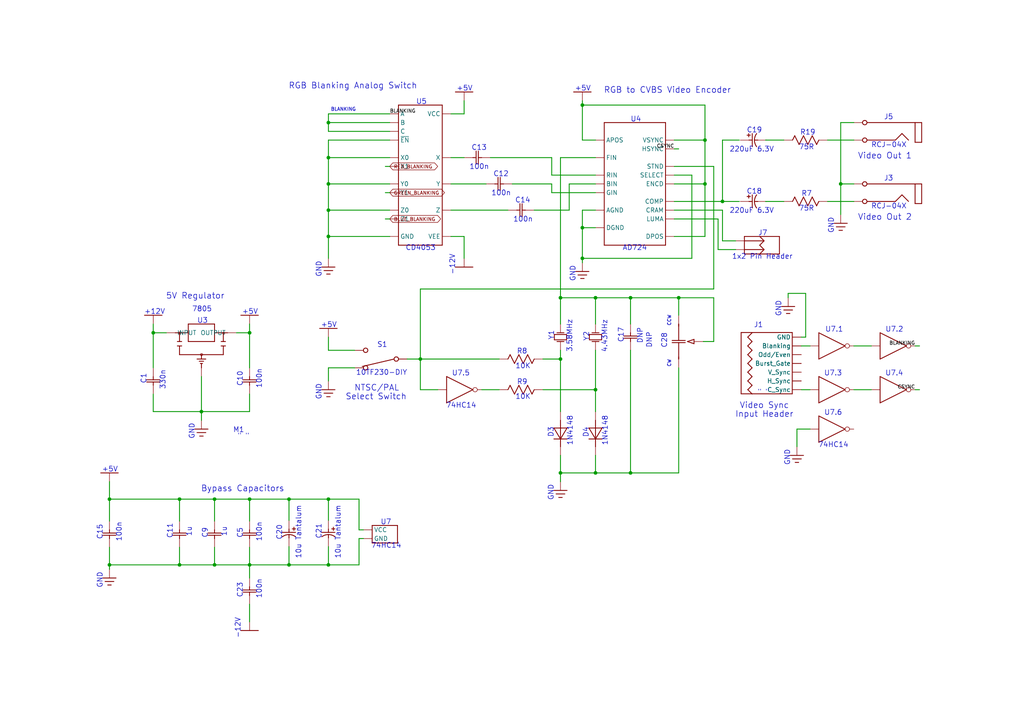
<source format=kicad_sch>
(kicad_sch (version 20231120) (generator "eeschema") (generator_version "8.0")
  (paper "A4")
  (lib_symbols
    (symbol "C2-eagle-import:+12V" (power)
      (symbol "+12V_1_0"
        (pin power_in line (at 0 -2.54 90) (length 2.54) (name "+12V") (number "1"))
      )
    )
    (symbol "C2-eagle-import:+5V" (power)
      (symbol "+5V_1_0"
        (pin power_in line (at 0 -2.54 90) (length 2.54) (name "+5V") (number "1"))
      )
    )
    (symbol "C2-eagle-import:-12V" (power)
      (symbol "-12V_1_0"
        (pin power_in line (at 0 -2.54 90) (length 2.54) (name "-12V") (number "1"))
      )
    )
    (symbol "C2-eagle-import:10TF230-DIY"
      (symbol "10TF230-DIY_1_0"
        (pin passive line (at -7.43 -2.54 0) (length 2.54) (name "C3") (number "1"))
        (pin passive line (at -7.43 -2.54 0) (length 2.54) (name "C3") (number "1B"))
        (pin passive line (at 7.81 0 180) (length 2.54) (name "C1") (number "2"))
        (pin passive line (at 7.81 0 180) (length 2.54) (name "C1") (number "2B"))
        (pin passive line (at -7.43 2.54 0) (length 2.54) (name "C2") (number "3"))
        (pin passive line (at -7.43 2.54 0) (length 2.54) (name "C2") (number "3B"))
      )
    )
    (symbol "C2-eagle-import:1N4148"
      (symbol "1N4148_1_0"
        (pin passive line (at 6.35 0 180) (length 2.54) (name "K") (number "1"))
        (pin passive line (at -6.35 0 0) (length 2.54) (name "A") (number "2"))
      )
    )
    (symbol "C2-eagle-import:1X2_PIN_HEADER"
      (symbol "1X2_PIN_HEADER_1_0"
        (pin passive line (at -7.62 1.27 0) (length 2.54) (name "P1") (number "1"))
        (pin passive line (at -7.62 -1.27 0) (length 2.54) (name "P2") (number "2"))
      )
    )
    (symbol "C2-eagle-import:74HC14"
      (symbol "74HC14_1_0"
        (pin input line (at -6.35 0 0) (length 2.54) (name "A") (number "1"))
        (pin output inverted (at 6.35 0 180) (length 2.54) (name "Y") (number "2"))
      )
      (symbol "74HC14_2_0"
        (pin input line (at -6.35 0 0) (length 2.54) (name "A") (number "3"))
        (pin output inverted (at 6.35 0 180) (length 2.54) (name "Y") (number "4"))
      )
      (symbol "74HC14_3_0"
        (pin input line (at -6.35 0 0) (length 2.54) (name "A") (number "5"))
        (pin output inverted (at 6.35 0 180) (length 2.54) (name "Y") (number "6"))
      )
      (symbol "74HC14_4_0"
        (pin output inverted (at 6.35 0 180) (length 2.54) (name "Y") (number "8"))
        (pin input line (at -6.35 0 0) (length 2.54) (name "A") (number "9"))
      )
      (symbol "74HC14_5_0"
        (pin output inverted (at 6.35 0 180) (length 2.54) (name "Y") (number "10"))
        (pin input line (at -6.35 0 0) (length 2.54) (name "A") (number "11"))
      )
      (symbol "74HC14_6_0"
        (pin output inverted (at 6.35 0 180) (length 2.54) (name "Y") (number "12"))
        (pin input line (at -6.35 0 0) (length 2.54) (name "A") (number "13"))
      )
      (symbol "74HC14_7_0"
        (pin power_in line (at -6.207 1.27 0) (length 2.54) (name "VCC") (number "14"))
        (pin power_in line (at -6.207 -1.27 0) (length 2.54) (name "GND") (number "7"))
      )
    )
    (symbol "C2-eagle-import:7805"
      (symbol "7805_1_0"
        (pin input line (at -10.16 3.81 0) (length 2.54) (name "INPUT") (number "1"))
        (pin power_in line (at 0 -8.89 90) (length 2.54) (name "GND") (number "2"))
        (pin output line (at 10.16 3.81 180) (length 2.54) (name "OUTPUT") (number "3"))
      )
    )
    (symbol "C2-eagle-import:AD724"
      (symbol "AD724_1_0"
        (pin input line (at 11.43 5.08 180) (length 2.54) (name "STND") (number "1"))
        (pin output line (at 11.43 -5.08 180) (length 2.54) (name "COMP") (number "10"))
        (pin output line (at 11.43 -10.16 180) (length 2.54) (name "LUMA") (number "11"))
        (pin input line (at 11.43 2.54 180) (length 2.54) (name "SELECT") (number "12"))
        (pin power_in line (at -11.43 -12.7 0) (length 2.54) (name "DGND") (number "13"))
        (pin power_in line (at 11.43 -15.24 180) (length 2.54) (name "DPOS") (number "14"))
        (pin passive line (at 11.43 12.7 180) (length 2.54) (name "VSYNC") (number "15"))
        (pin passive line (at 11.43 10.16 180) (length 2.54) (name "HSYNC") (number "16"))
        (pin power_in line (at -11.43 -7.62 0) (length 2.54) (name "AGND") (number "2"))
        (pin input line (at -11.43 7.62 0) (length 2.54) (name "FIN") (number "3"))
        (pin power_in line (at -11.43 12.7 0) (length 2.54) (name "APOS") (number "4"))
        (pin input line (at 11.43 0 180) (length 2.54) (name "ENCD") (number "5"))
        (pin input line (at -11.43 2.54 0) (length 2.54) (name "RIN") (number "6"))
        (pin input line (at -11.43 -2.54 0) (length 2.54) (name "GIN") (number "7"))
        (pin input line (at -11.43 0 0) (length 2.54) (name "BIN") (number "8"))
        (pin output line (at 11.43 -7.62 180) (length 2.54) (name "CRAM") (number "9"))
      )
    )
    (symbol "C2-eagle-import:CAP100"
      (symbol "CAP100_1_0"
        (pin passive line (at -3.81 0 0) (length 2.54) (name "1") (number "1"))
        (pin passive line (at 3.81 0 180) (length 2.54) (name "2") (number "2"))
      )
    )
    (symbol "C2-eagle-import:CD4053"
      (symbol "CD4053_1_0"
        (pin bidirectional line (at -8.89 -5.08 0) (length 2.54) (name "Y1") (number "1"))
        (pin input line (at -8.89 15.24 0) (length 2.54) (name "B") (number "10"))
        (pin input line (at -8.89 17.78 0) (length 2.54) (name "A") (number "11"))
        (pin bidirectional line (at -8.89 5.08 0) (length 2.54) (name "X0") (number "12"))
        (pin bidirectional line (at -8.89 2.54 0) (length 2.54) (name "X1") (number "13"))
        (pin bidirectional line (at 8.89 5.08 180) (length 2.54) (name "X") (number "14"))
        (pin bidirectional line (at 8.89 -2.54 180) (length 2.54) (name "Y") (number "15"))
        (pin power_in line (at 8.89 17.78 180) (length 2.54) (name "VCC") (number "16"))
        (pin bidirectional line (at -8.89 -2.54 0) (length 2.54) (name "Y0") (number "2"))
        (pin bidirectional line (at -8.89 -12.7 0) (length 2.54) (name "Z1") (number "3"))
        (pin bidirectional line (at 8.89 -10.16 180) (length 2.54) (name "Z") (number "4"))
        (pin bidirectional line (at -8.89 -10.16 0) (length 2.54) (name "Z0") (number "5"))
        (pin input line (at -8.89 10.16 0) (length 2.54) (name "~{EN}") (number "6"))
        (pin power_in line (at 8.89 -17.78 180) (length 2.54) (name "VEE") (number "7"))
        (pin power_in line (at -8.89 -17.78 0) (length 2.54) (name "GND") (number "8"))
        (pin input line (at -8.89 12.7 0) (length 2.54) (name "C") (number "9"))
      )
    )
    (symbol "C2-eagle-import:EC80-5"
      (symbol "EC80-5_1_0"
        (pin passive line (at -3.529 0 0) (length 2.54) (name "PLUS") (number "1"))
        (pin passive line (at 4.091 0 180) (length 2.54) (name "MINUS") (number "2"))
      )
    )
    (symbol "C2-eagle-import:ECS-10-13-1"
      (symbol "ECS-10-13-1_1_0"
        (pin passive line (at -3.81 0 0) (length 2.54) (name "OSC1") (number "1"))
        (pin passive line (at 3.81 0 180) (length 2.54) (name "OSC2") (number "2"))
      )
    )
    (symbol "C2-eagle-import:GND" (power)
      (symbol "GND_1_0"
        (pin power_in line (at 0 3.556 270) (length 2.54) (name "GND") (number "1"))
      )
    )
    (symbol "C2-eagle-import:GYA22000"
      (symbol "GYA22000_1_0"
        (pin passive line (at 8.037 0.043 180) (length 2.54) (name "CCW") (number "CCW"))
        (pin passive line (at -7.203 0.043 0) (length 2.54) (name "CW") (number "CW"))
        (pin passive line (at 0.417 -7.101 90) (length 2.54) (name "W") (number "W"))
      )
    )
    (symbol "C2-eagle-import:KEYSTONE621")
    (symbol "C2-eagle-import:LZXSYNC14"
      (symbol "LZXSYNC14_1_0"
        (pin passive line (at 13 6.35 180) (length 2.54) (name "GND") (number "1"))
        (pin passive line (at 13.005 -3.81 180) (length 2.54) (name "V_Sync") (number "10"))
        (pin passive line (at 13.005 -6.35 180) (length 2.54) (name "H_Sync") (number "11"))
        (pin passive line (at 13.005 -6.35 180) (length 2.54) (name "H_Sync") (number "12"))
        (pin passive line (at 13.005 -8.89 180) (length 2.54) (name "C_Sync") (number "13"))
        (pin passive line (at 13.005 -8.89 180) (length 2.54) (name "C_Sync") (number "14"))
        (pin passive line (at 13 6.35 180) (length 2.54) (name "GND") (number "2"))
        (pin passive line (at 13 3.81 180) (length 2.54) (name "Blanking") (number "3"))
        (pin passive line (at 13 3.81 180) (length 2.54) (name "Blanking") (number "4"))
        (pin passive line (at 13.005 1.27 180) (length 2.54) (name "Odd/Even") (number "5"))
        (pin passive line (at 13.005 1.27 180) (length 2.54) (name "Odd/Even") (number "6"))
        (pin passive line (at 13.005 -1.27 180) (length 2.54) (name "Burst_Gate") (number "7"))
        (pin passive line (at 13.005 -1.27 180) (length 2.54) (name "Burst_Gate") (number "8"))
        (pin passive line (at 13.005 -3.81 180) (length 2.54) (name "V_Sync") (number "9"))
      )
    )
    (symbol "C2-eagle-import:RCJ-04X"
      (symbol "RCJ-04X_1_0"
        (pin passive line (at -9.83 2.54 0) (length 2.54) (name "Sleeve") (number "1"))
        (pin passive line (at -9.83 -2.54 0) (length 2.54) (name "Tip") (number "2"))
      )
    )
    (symbol "C2-eagle-import:RES300"
      (symbol "RES300_1_0"
        (pin passive line (at -6.35 0 0) (length 2.54) (name "A") (number "1"))
        (pin passive line (at 6.35 0 180) (length 2.54) (name "B") (number "2"))
      )
    )
    (symbol "C2-eagle-import:TANT100"
      (symbol "TANT100_1_0"
        (pin passive line (at -3.81 0 0) (length 2.54) (name "PLUS") (number "1"))
        (pin passive line (at 3.81 0 180) (length 2.54) (name "MINUS") (number "2"))
      )
    )
  )
  (junction (at 168.91 66.04))
  (junction (at 31.75 144.78))
  (junction (at 95.25 45.72))
  (junction (at 172.72 86.36))
  (junction (at 182.88 137.16))
  (junction (at 72.39 96.52))
  (junction (at 95.25 68.58))
  (junction (at 52.07 144.78))
  (junction (at 172.72 137.16))
  (junction (at 72.39 163.83))
  (junction (at 196.85 86.36))
  (junction (at 162.56 104.14))
  (junction (at 95.25 163.83))
  (junction (at 243.84 53.34))
  (junction (at 95.25 53.34))
  (junction (at 83.82 144.78))
  (junction (at 62.23 163.83))
  (junction (at 204.47 53.34))
  (junction (at 172.72 113.03))
  (junction (at 31.75 163.83))
  (junction (at 95.25 60.96))
  (junction (at 95.25 144.78))
  (junction (at 121.92 104.14))
  (junction (at 168.91 74.93))
  (junction (at 182.88 86.36))
  (junction (at 58.42 119.38))
  (junction (at 209.55 58.42))
  (junction (at 83.82 163.83))
  (junction (at 168.91 30.48))
  (junction (at 162.56 86.36))
  (junction (at 162.56 137.16))
  (junction (at 44.45 96.52))
  (junction (at 52.07 163.83))
  (junction (at 204.47 40.64))
  (junction (at 62.23 144.78))
  (junction (at 95.25 35.56))
  (junction (at 72.39 144.78))
  (wire (pts (xy 68.58 96.52) (xy 72.39 96.52)) (stroke (width 0.25)))
  (wire (pts (xy 195.58 60.96) (xy 209.55 60.96)) (stroke (width 0.25)))
  (wire (pts (xy 130.81 45.72) (xy 134.62 45.72)) (stroke (width 0.25)))
  (wire (pts (xy 44.45 93.98) (xy 44.45 96.52)) (stroke (width 0.25)))
  (wire (pts (xy 95.25 144.78) (xy 104.14 144.78)) (stroke (width 0.25)))
  (wire (pts (xy 195.58 48.26) (xy 207.01 48.26)) (stroke (width 0.25)))
  (wire (pts (xy 58.42 109.22) (xy 58.42 119.38)) (stroke (width 0.25)))
  (wire (pts (xy 95.25 33.02) (xy 95.25 35.56)) (stroke (width 0.25)))
  (wire (pts (xy 121.92 104.14) (xy 121.92 113.03)) (stroke (width 0.25)))
  (wire (pts (xy 247.65 53.34) (xy 243.84 53.34)) (stroke (width 0.25)))
  (wire (pts (xy 72.39 167.64) (xy 72.39 163.83)) (stroke (width 0.25)))
  (wire (pts (xy 72.39 106.68) (xy 72.39 96.52)) (stroke (width 0.25)))
  (wire (pts (xy 44.45 96.52) (xy 44.45 106.68)) (stroke (width 0.25)))
  (wire (pts (xy 83.82 158.548) (xy 83.82 163.83)) (stroke (width 0.25)))
  (wire (pts (xy 31.75 158.75) (xy 31.75 163.83)) (stroke (width 0.25)))
  (wire (pts (xy 247.65 35.56) (xy 243.84 35.56)) (stroke (width 0.25)))
  (wire (pts (xy 52.07 158.75) (xy 52.07 163.83)) (stroke (width 0.25)))
  (wire (pts (xy 31.75 139.7) (xy 31.75 144.78)) (stroke (width 0.25)))
  (wire (pts (xy 95.25 53.34) (xy 113.03 53.34)) (stroke (width 0.25)))
  (wire (pts (xy 95.25 53.34) (xy 95.25 60.96)) (stroke (width 0.25)))
  (wire (pts (xy 232.41 100.33) (xy 234.95 100.33)) (stroke (width 0.25)))
  (wire (pts (xy 247.65 58.42) (xy 240.03 58.42)) (stroke (width 0.25)))
  (wire (pts (xy 196.85 86.36) (xy 207.01 86.36)) (stroke (width 0.25)))
  (wire (pts (xy 233.68 97.79) (xy 232.41 97.79)) (stroke (width 0.25)))
  (wire (pts (xy 182.88 86.36) (xy 196.85 86.36)) (stroke (width 0.25)))
  (wire (pts (xy 172.72 137.16) (xy 182.88 137.16)) (stroke (width 0.25)))
  (wire (pts (xy 207.01 48.26) (xy 207.01 83.82)) (stroke (width 0.25)))
  (wire (pts (xy 113.03 63.5) (xy 111.76 63.5)) (stroke (width 0.25)))
  (wire (pts (xy 162.56 132.08) (xy 162.56 137.16)) (stroke (width 0.25)))
  (wire (pts (xy 172.72 101.6) (xy 172.72 113.03)) (stroke (width 0.25)))
  (wire (pts (xy 222.048 40.64) (xy 227.33 40.64)) (stroke (width 0.25)))
  (wire (pts (xy 95.25 101.6) (xy 95.25 97.79)) (stroke (width 0.25)))
  (wire (pts (xy 95.25 40.64) (xy 95.25 45.72)) (stroke (width 0.25)))
  (wire (pts (xy 31.75 144.78) (xy 52.07 144.78)) (stroke (width 0.25)))
  (wire (pts (xy 104.14 153.67) (xy 105.41 153.67)) (stroke (width 0.25)))
  (wire (pts (xy 200.66 74.93) (xy 200.66 50.8)) (stroke (width 0.25)))
  (wire (pts (xy 102.87 106.68) (xy 95.25 106.68)) (stroke (width 0.25)))
  (wire (pts (xy 95.25 106.68) (xy 95.25 110.49)) (stroke (width 0.25)))
  (wire (pts (xy 113.03 55.88) (xy 111.76 55.88)) (stroke (width 0.25)))
  (wire (pts (xy 62.23 163.83) (xy 72.39 163.83)) (stroke (width 0.25)))
  (wire (pts (xy 44.45 119.38) (xy 44.45 114.3)) (stroke (width 0.25)))
  (wire (pts (xy 72.39 119.38) (xy 72.39 114.3)) (stroke (width 0.25)))
  (wire (pts (xy 209.55 69.85) (xy 213.36 69.85)) (stroke (width 0.25)))
  (wire (pts (xy 58.42 119.38) (xy 72.39 119.38)) (stroke (width 0.25)))
  (wire (pts (xy 83.82 150.928) (xy 83.82 144.78)) (stroke (width 0.25)))
  (wire (pts (xy 168.91 74.93) (xy 168.91 76.2)) (stroke (width 0.25)))
  (wire (pts (xy 144.78 104.14) (xy 121.92 104.14)) (stroke (width 0.25)))
  (wire (pts (xy 160.02 45.72) (xy 142.24 45.72)) (stroke (width 0.25)))
  (wire (pts (xy 113.03 68.58) (xy 95.25 68.58)) (stroke (width 0.25)))
  (wire (pts (xy 204.47 40.64) (xy 204.47 53.34)) (stroke (width 0.25)))
  (wire (pts (xy 62.23 151.13) (xy 62.23 144.78)) (stroke (width 0.25)))
  (wire (pts (xy 200.66 50.8) (xy 195.58 50.8)) (stroke (width 0.25)))
  (wire (pts (xy 160.02 50.8) (xy 160.02 45.72)) (stroke (width 0.25)))
  (wire (pts (xy 162.56 45.72) (xy 172.72 45.72)) (stroke (width 0.25)))
  (wire (pts (xy 72.39 158.75) (xy 72.39 163.83)) (stroke (width 0.25)))
  (wire (pts (xy 113.03 40.64) (xy 95.25 40.64)) (stroke (width 0.25)))
  (wire (pts (xy 172.72 113.03) (xy 172.72 119.38)) (stroke (width 0.25)))
  (wire (pts (xy 95.25 60.96) (xy 113.03 60.96)) (stroke (width 0.25)))
  (wire (pts (xy 162.56 101.6) (xy 162.56 104.14)) (stroke (width 0.25)))
  (wire (pts (xy 233.68 85.09) (xy 228.6 85.09)) (stroke (width 0.25)))
  (wire (pts (xy 157.48 113.03) (xy 172.72 113.03)) (stroke (width 0.25)))
  (wire (pts (xy 168.91 40.64) (xy 168.91 30.48)) (stroke (width 0.25)))
  (wire (pts (xy 168.91 30.48) (xy 204.47 30.48)) (stroke (width 0.25)))
  (wire (pts (xy 104.14 156.21) (xy 105.41 156.21)) (stroke (width 0.25)))
  (wire (pts (xy 247.65 40.64) (xy 240.03 40.64)) (stroke (width 0.25)))
  (wire (pts (xy 72.39 144.78) (xy 83.82 144.78)) (stroke (width 0.25)))
  (wire (pts (xy 172.72 86.36) (xy 172.72 93.98)) (stroke (width 0.25)))
  (wire (pts (xy 162.56 104.14) (xy 162.56 119.38)) (stroke (width 0.25)))
  (wire (pts (xy 95.25 68.58) (xy 95.25 74.93)) (stroke (width 0.25)))
  (wire (pts (xy 208.28 63.5) (xy 208.28 72.39)) (stroke (width 0.25)))
  (wire (pts (xy 208.28 72.39) (xy 213.36 72.39)) (stroke (width 0.25)))
  (wire (pts (xy 160.02 53.34) (xy 160.02 55.88)) (stroke (width 0.25)))
  (wire (pts (xy 247.65 100.33) (xy 252.73 100.33)) (stroke (width 0.25)))
  (wire (pts (xy 31.75 163.83) (xy 31.75 165.1)) (stroke (width 0.25)))
  (wire (pts (xy 113.03 33.02) (xy 95.25 33.02)) (stroke (width 0.25)))
  (wire (pts (xy 118.11 104.14) (xy 121.92 104.14)) (stroke (width 0.25)))
  (wire (pts (xy 72.39 163.83) (xy 83.82 163.83)) (stroke (width 0.25)))
  (wire (pts (xy 204.47 30.48) (xy 204.47 40.64)) (stroke (width 0.25)))
  (wire (pts (xy 227.33 58.42) (xy 222.048 58.42)) (stroke (width 0.25)))
  (wire (pts (xy 204.47 68.58) (xy 195.58 68.58)) (stroke (width 0.25)))
  (wire (pts (xy 58.42 119.38) (xy 44.45 119.38)) (stroke (width 0.25)))
  (wire (pts (xy 172.72 53.34) (xy 165.1 53.34)) (stroke (width 0.25)))
  (wire (pts (xy 162.56 86.36) (xy 172.72 86.36)) (stroke (width 0.25)))
  (wire (pts (xy 209.55 40.64) (xy 209.55 58.42)) (stroke (width 0.25)))
  (wire (pts (xy 31.75 163.83) (xy 52.07 163.83)) (stroke (width 0.25)))
  (wire (pts (xy 148.59 53.34) (xy 160.02 53.34)) (stroke (width 0.25)))
  (wire (pts (xy 102.87 101.6) (xy 95.25 101.6)) (stroke (width 0.25)))
  (wire (pts (xy 165.1 53.34) (xy 165.1 60.96)) (stroke (width 0.25)))
  (wire (pts (xy 209.55 60.96) (xy 209.55 69.85)) (stroke (width 0.25)))
  (wire (pts (xy 162.56 137.16) (xy 162.56 139.7)) (stroke (width 0.25)))
  (wire (pts (xy 52.07 144.78) (xy 62.23 144.78)) (stroke (width 0.25)))
  (wire (pts (xy 95.25 158.548) (xy 95.25 163.83)) (stroke (width 0.25)))
  (wire (pts (xy 113.03 45.72) (xy 95.25 45.72)) (stroke (width 0.25)))
  (wire (pts (xy 48.26 96.52) (xy 44.45 96.52)) (stroke (width 0.25)))
  (wire (pts (xy 160.02 55.88) (xy 172.72 55.88)) (stroke (width 0.25)))
  (wire (pts (xy 172.72 60.96) (xy 168.91 60.96)) (stroke (width 0.25)))
  (wire (pts (xy 232.415 113.03) (xy 234.95 113.03)) (stroke (width 0.25)))
  (wire (pts (xy 130.81 33.02) (xy 134.62 33.02)) (stroke (width 0.25)))
  (wire (pts (xy 243.84 35.56) (xy 243.84 53.34)) (stroke (width 0.25)))
  (wire (pts (xy 113.03 35.56) (xy 95.25 35.56)) (stroke (width 0.25)))
  (wire (pts (xy 121.92 113.03) (xy 127 113.03)) (stroke (width 0.25)))
  (wire (pts (xy 72.39 151.13) (xy 72.39 144.78)) (stroke (width 0.25)))
  (wire (pts (xy 195.58 53.34) (xy 204.47 53.34)) (stroke (width 0.25)))
  (wire (pts (xy 233.68 97.79) (xy 233.68 85.09)) (stroke (width 0.25)))
  (wire (pts (xy 52.07 163.83) (xy 62.23 163.83)) (stroke (width 0.25)))
  (wire (pts (xy 134.62 33.02) (xy 134.62 29.21)) (stroke (width 0.25)))
  (wire (pts (xy 95.25 38.1) (xy 113.03 38.1)) (stroke (width 0.25)))
  (wire (pts (xy 165.1 60.96) (xy 154.94 60.96)) (stroke (width 0.25)))
  (wire (pts (xy 168.91 60.96) (xy 168.91 66.04)) (stroke (width 0.25)))
  (wire (pts (xy 121.92 83.82) (xy 121.92 104.14)) (stroke (width 0.25)))
  (wire (pts (xy 168.91 30.48) (xy 168.91 29.21)) (stroke (width 0.25)))
  (wire (pts (xy 182.88 137.16) (xy 182.88 101.6)) (stroke (width 0.25)))
  (wire (pts (xy 196.85 86.36) (xy 196.85 91.44)) (stroke (width 0.25)))
  (wire (pts (xy 157.48 104.14) (xy 162.56 104.14)) (stroke (width 0.25)))
  (wire (pts (xy 196.85 137.16) (xy 182.88 137.16)) (stroke (width 0.25)))
  (wire (pts (xy 95.25 150.928) (xy 95.25 144.78)) (stroke (width 0.25)))
  (wire (pts (xy 95.25 163.83) (xy 104.14 163.83)) (stroke (width 0.25)))
  (wire (pts (xy 104.14 163.83) (xy 104.14 156.21)) (stroke (width 0.25)))
  (wire (pts (xy 247.65 113.03) (xy 252.73 113.03)) (stroke (width 0.25)))
  (wire (pts (xy 62.23 144.78) (xy 72.39 144.78)) (stroke (width 0.25)))
  (wire (pts (xy 95.25 45.72) (xy 95.25 53.34)) (stroke (width 0.25)))
  (wire (pts (xy 139.7 113.03) (xy 144.78 113.03)) (stroke (width 0.25)))
  (wire (pts (xy 58.42 119.38) (xy 58.42 121.92)) (stroke (width 0.25)))
  (wire (pts (xy 104.14 144.78) (xy 104.14 153.67)) (stroke (width 0.25)))
  (wire (pts (xy 228.6 85.09) (xy 228.6 86.36)) (stroke (width 0.25)))
  (wire (pts (xy 134.62 68.58) (xy 134.62 74.93)) (stroke (width 0.25)))
  (wire (pts (xy 95.25 35.56) (xy 95.25 38.1)) (stroke (width 0.25)))
  (wire (pts (xy 204.47 40.64) (xy 195.58 40.64)) (stroke (width 0.25)))
  (wire (pts (xy 231.14 124.46) (xy 231.14 129.54)) (stroke (width 0.25)))
  (wire (pts (xy 62.23 158.75) (xy 62.23 163.83)) (stroke (width 0.25)))
  (wire (pts (xy 83.82 144.78) (xy 95.25 144.78)) (stroke (width 0.25)))
  (wire (pts (xy 162.56 86.36) (xy 162.56 45.72)) (stroke (width 0.25)))
  (wire (pts (xy 172.72 50.8) (xy 160.02 50.8)) (stroke (width 0.25)))
  (wire (pts (xy 243.84 53.34) (xy 243.84 62.23)) (stroke (width 0.25)))
  (wire (pts (xy 83.82 163.83) (xy 95.25 163.83)) (stroke (width 0.25)))
  (wire (pts (xy 182.88 86.36) (xy 182.88 93.98)) (stroke (width 0.25)))
  (wire (pts (xy 162.56 137.16) (xy 172.72 137.16)) (stroke (width 0.25)))
  (wire (pts (xy 234.95 124.46) (xy 231.14 124.46)) (stroke (width 0.25)))
  (wire (pts (xy 140.97 53.34) (xy 130.81 53.34)) (stroke (width 0.25)))
  (wire (pts (xy 265.43 100.33) (xy 266.7 100.33)) (stroke (width 0.25)))
  (wire (pts (xy 196.85 106.68) (xy 196.85 137.16)) (stroke (width 0.25)))
  (wire (pts (xy 172.72 66.04) (xy 168.91 66.04)) (stroke (width 0.25)))
  (wire (pts (xy 195.58 43.18) (xy 196.85 43.18)) (stroke (width 0.25)))
  (wire (pts (xy 172.72 40.64) (xy 168.91 40.64)) (stroke (width 0.25)))
  (wire (pts (xy 209.55 58.42) (xy 214.428 58.42)) (stroke (width 0.25)))
  (wire (pts (xy 168.91 74.93) (xy 200.66 74.93)) (stroke (width 0.25)))
  (wire (pts (xy 195.58 63.5) (xy 208.28 63.5)) (stroke (width 0.25)))
  (wire (pts (xy 130.81 60.96) (xy 147.32 60.96)) (stroke (width 0.25)))
  (wire (pts (xy 168.91 66.04) (xy 168.91 74.93)) (stroke (width 0.25)))
  (wire (pts (xy 214.428 40.64) (xy 209.55 40.64)) (stroke (width 0.25)))
  (wire (pts (xy 207.01 86.36) (xy 207.01 99.06)) (stroke (width 0.25)))
  (wire (pts (xy 207.01 83.82) (xy 121.92 83.82)) (stroke (width 0.25)))
  (wire (pts (xy 130.81 68.58) (xy 134.62 68.58)) (stroke (width 0.25)))
  (wire (pts (xy 172.72 86.36) (xy 182.88 86.36)) (stroke (width 0.25)))
  (wire (pts (xy 204.47 53.34) (xy 204.47 68.58)) (stroke (width 0.25)))
  (wire (pts (xy 265.43 113.03) (xy 266.7 113.03)) (stroke (width 0.25)))
  (wire (pts (xy 162.56 93.98) (xy 162.56 86.36)) (stroke (width 0.25)))
  (wire (pts (xy 113.03 48.26) (xy 111.76 48.26)) (stroke (width 0.25)))
  (wire (pts (xy 95.25 68.58) (xy 95.25 60.96)) (stroke (width 0.25)))
  (wire (pts (xy 72.39 96.52) (xy 72.39 93.98)) (stroke (width 0.25)))
  (wire (pts (xy 52.07 151.13) (xy 52.07 144.78)) (stroke (width 0.25)))
  (wire (pts (xy 172.72 137.16) (xy 172.72 132.08)) (stroke (width 0.25)))
  (wire (pts (xy 195.58 58.42) (xy 209.55 58.42)) (stroke (width 0.25)))
  (wire (pts (xy 72.39 175.26) (xy 72.39 180.34)) (stroke (width 0.25)))
  (wire (pts (xy 31.75 144.78) (xy 31.75 151.13)) (stroke (width 0.25)))
  (wire (pts (xy 207.01 99.06) (xy 203.994 99.06)) (stroke (width 0.25)))
  (text "C11" (at 50.165 156.323 90) (effects (font (size 1.48 1.48)) (justify left bottom)))
  (text "C15" (at 29.845 156.65 90) (effects (font (size 1.48 1.48)) (justify left bottom)))
  (text "Bypass Capacitors" (at 58.277 140.827 0) (effects (font (size 1.727 1.727)) (justify left top)))
  (text "100n" (at 74.295 173.76 90) (effects (font (size 1.48 1.48)) (justify left top)))
  (text "1N4148" (at 164.465 129.385 90) (effects (font (size 1.48 1.48)) (justify left top)))
  (text "4.43MHz" (at 174.498 102.373 90) (effects (font (size 1.48 1.48)) (justify left top)))
  (text "Y2" (at 170.942 99.119 90) (effects (font (size 1.48 1.48)) (justify left bottom)))
  (text "C21" (at 93.339 156.449 90) (effects (font (size 1.48 1.48)) (justify left bottom)))
  (text "C14" (at 149.383 59.055 0) (effects (font (size 1.48 1.48)) (justify left bottom)))
  (text "NTSC/PAL" (at 102.727 111.617 0) (effects (font (size 1.727 1.727)) (justify left top)))
  (text "-12V" (at 132.08 79.873 90) (effects (font (size 1.48 1.48)) (justify left bottom)))
  (text "R8" (at 149.875 102.87 0) (effects (font (size 1.48 1.48)) (justify left bottom)))
  (text "\" \"" (at 219.646 113.046 0) (effects (font (size 1.48 1.48)) (justify left top)))
  (text "C17" (at 180.975 99.5 90) (effects (font (size 1.48 1.48)) (justify left bottom)))
  (text "3.58MHz" (at 164.338 102.3 90) (effects (font (size 1.48 1.48)) (justify left top)))
  (text "Input Header" (at 213.217 119.237 0) (effects (font (size 1.727 1.727)) (justify left top)))
  (text "+5V" (at 70.17 91.38 0) (effects (font (size 1.48 1.48)) (justify left bottom)))
  (text "U7.1" (at 239.317 96.52 0) (effects (font (size 1.48 1.48)) (justify left bottom)))
  (text "GND" (at 167.005 81.794 90) (effects (font (size 1.48 1.48)) (justify left bottom)))
  (text "BLANKING" (at 95.917 31.281 0) (effects (font (size 0.987 0.987)) (justify left top)))
  (text "R9" (at 149.91 111.76 0) (effects (font (size 1.48 1.48)) (justify left bottom)))
  (text "GND" (at 93.345 116.084 90) (effects (font (size 1.48 1.48)) (justify left bottom)))
  (text "C23" (at 70.485 173.488 90) (effects (font (size 1.48 1.48)) (justify left bottom)))
  (text "GND" (at 160.655 145.294 90) (effects (font (size 1.48 1.48)) (justify left bottom)))
  (text "GND" (at 93.345 80.524 90) (effects (font (size 1.48 1.48)) (justify left bottom)))
  (text "Video Out 1" (at 248.777 44.307 0) (effects (font (size 1.727 1.727)) (justify left top)))
  (text "RGB to CVBS Video Encoder" (at 175.117 25.257 0) (effects (font (size 1.727 1.727)) (justify left top)))
  (text "U7.5" (at 131.04 109.22 0) (effects (font (size 1.48 1.48)) (justify left bottom)))
  (text "10K" (at 149.456 105.41 0) (effects (font (size 1.48 1.48)) (justify left top)))
  (text "C9" (at 60.325 156.196 90) (effects (font (size 1.48 1.48)) (justify left bottom)))
  (text "C28" (at 193.552 101.097 90) (effects (font (size 1.48 1.48)) (justify left bottom)))
  (text "U7.4" (at 256.733 109.22 0) (effects (font (size 1.48 1.48)) (justify left bottom)))
  (text "RCJ-04X" (at 252.658 41.275 0) (effects (font (size 1.48 1.48)) (justify left top)))
  (text "-12V" (at 69.85 185.283 90) (effects (font (size 1.48 1.48)) (justify left bottom)))
  (text "C5" (at 70.485 156.232 90) (effects (font (size 1.48 1.48)) (justify left bottom)))
  (text "C19" (at 216.564 38.729 0) (effects (font (size 1.48 1.48)) (justify left bottom)))
  (text "10u Tantalum" (at 85.731 162.207 90) (effects (font (size 1.48 1.48)) (justify left top)))
  (text "74HC14" (at 237.28 128.27 0) (effects (font (size 1.48 1.48)) (justify left top)))
  (text "U7.2" (at 256.77 96.52 0) (effects (font (size 1.48 1.48)) (justify left bottom)))
  (text "RCJ-04X" (at 252.658 59.055 0) (effects (font (size 1.48 1.48)) (justify left top)))
  (text "+12V" (at 41.812 91.38 0) (effects (font (size 1.48 1.48)) (justify left bottom)))
  (text "D4" (at 170.815 127.022 90) (effects (font (size 1.48 1.48)) (justify left bottom)))
  (text "U3" (at 57.164 93.98 0) (effects (font (size 1.48 1.48)) (justify left bottom)))
  (text "RGB Blanking Analog Switch" (at 83.677 23.987 0) (effects (font (size 1.727 1.727)) (justify left top)))
  (text "100n" (at 142.47 55.245 0) (effects (font (size 1.48 1.48)) (justify left top)))
  (text "J7" (at 219.87 68.58 0) (effects (font (size 1.48 1.48)) (justify left bottom)))
  (text "J5" (at 256.369 34.925 0) (effects (font (size 1.48 1.48)) (justify left bottom)))
  (text "+5V" (at 166.69 26.61 0) (effects (font (size 1.48 1.48)) (justify left bottom)))
  (text "100n" (at 33.655 157.25 90) (effects (font (size 1.48 1.48)) (justify left top)))
  (text "10K" (at 149.456 114.3 0) (effects (font (size 1.48 1.48)) (justify left top)))
  (text "J3" (at 256.369 52.705 0) (effects (font (size 1.48 1.48)) (justify left bottom)))
  (text "U4" (at 182.858 35.56 0) (effects (font (size 1.48 1.48)) (justify left bottom)))
  (text "D3" (at 160.655 126.986 90) (effects (font (size 1.48 1.48)) (justify left bottom)))
  (text "R7" (at 232.424 57.15 0) (effects (font (size 1.48 1.48)) (justify left bottom)))
  (text "DNP" (at 184.785 99.792 90) (effects (font (size 1.48 1.48)) (justify left top)))
  (text "\" \"" (at 68.815 125.79 0) (effects (font (size 1.48 1.48)) (justify left top)))
  (text "CCW" (at 193.552 94.714 90) (effects (font (size 0.987 0.987)) (justify left top)))
  (text "100n" (at 148.82 62.865 0) (effects (font (size 1.48 1.48)) (justify left top)))
  (text "100n" (at 74.295 157.25 90) (effects (font (size 1.48 1.48)) (justify left top)))
  (text "Select Switch" (at 100.187 114.157 0) (effects (font (size 1.727 1.727)) (justify left top)))
  (text "74HC14" (at 129.33 116.84 0) (effects (font (size 1.48 1.48)) (justify left top)))
  (text "GND" (at 56.515 127.514 90) (effects (font (size 1.48 1.48)) (justify left bottom)))
  (text "330n" (at 46.355 113.128 90) (effects (font (size 1.48 1.48)) (justify left top)))
  (text "5V Regulator" (at 48.117 84.947 0) (effects (font (size 1.727 1.727)) (justify left top)))
  (text "+5V" (at 132.4 26.61 0) (effects (font (size 1.48 1.48)) (justify left bottom)))
  (text "7805" (at 55.673 88.9 0) (effects (font (size 1.48 1.48)) (justify left top)))
  (text "100n" (at 136.12 47.625 0) (effects (font (size 1.48 1.48)) (justify left top)))
  (text "1u" (at 64.135 155.759 90) (effects (font (size 1.48 1.48)) (justify left top)))
  (text "U7.3" (at 238.99 109.22 0) (effects (font (size 1.48 1.48)) (justify left bottom)))
  (text "U7" (at 110.36 152.4 0) (effects (font (size 1.48 1.48)) (justify left bottom)))
  (text "M1" (at 67.579 125.67 0) (effects (font (size 1.48 1.48)) (justify left bottom)))
  (text "1u" (at 53.975 155.759 90) (effects (font (size 1.48 1.48)) (justify left top)))
  (text "R19" (at 232.042 39.37 0) (effects (font (size 1.48 1.48)) (justify left bottom)))
  (text "GND" (at 29.845 170.694 90) (effects (font (size 1.48 1.48)) (justify left bottom)))
  (text "U7.6" (at 239.027 120.65 0) (effects (font (size 1.48 1.48)) (justify left bottom)))
  (text "Video Out 2" (at 248.777 62.087 0) (effects (font (size 1.727 1.727)) (justify left top)))
  (text "C1" (at 42.545 111.455 90) (effects (font (size 1.48 1.48)) (justify left bottom)))
  (text "74HC14" (at 107.597 157.48 0) (effects (font (size 1.48 1.48)) (justify left top)))
  (text "C20" (at 81.909 156.776 90) (effects (font (size 1.48 1.48)) (justify left bottom)))
  (text "C18" (at 216.529 56.509 0) (effects (font (size 1.48 1.48)) (justify left bottom)))
  (text "1x2 Pin Header" (at 212.28 73.66 0) (effects (font (size 1.48 1.48)) (justify left top)))
  (text "C10" (at 70.485 112.2 90) (effects (font (size 1.48 1.48)) (justify left bottom)))
  (text "10TF230-DIY" (at 103.223 107.315 0) (effects (font (size 1.48 1.48)) (justify left top)))
  (text "Video Sync" (at 214.487 116.697 0) (effects (font (size 1.727 1.727)) (justify left top)))
  (text "75R" (at 231.678 41.91 0) (effects (font (size 1.48 1.48)) (justify left top)))
  (text "S1" (at 109.371 100.965 0) (effects (font (size 1.48 1.48)) (justify left bottom)))
  (text "220uF 6.3V" (at 211.569 60.331 0) (effects (font (size 1.48 1.48)) (justify left top)))
  (text "DNP" (at 187.447 101.062 90) (effects (font (size 1.48 1.48)) (justify left top)))
  (text "AD724" (at 180.547 71.12 0) (effects (font (size 1.48 1.48)) (justify left top)))
  (text "CD4053" (at 117.608 71.12 0) (effects (font (size 1.48 1.48)) (justify left top)))
  (text "U5" (at 120.664 30.48 0) (effects (font (size 1.48 1.48)) (justify left bottom)))
  (text "+5V" (at 29.53 137.1 0) (effects (font (size 1.48 1.48)) (justify left bottom)))
  (text "1N4148" (at 174.625 129.385 90) (effects (font (size 1.48 1.48)) (justify left top)))
  (text "GND" (at 229.235 135.134 90) (effects (font (size 1.48 1.48)) (justify left bottom)))
  (text "C12" (at 143.07 51.435 0) (effects (font (size 1.48 1.48)) (justify left bottom)))
  (text "75R" (at 231.678 59.69 0) (effects (font (size 1.48 1.48)) (justify left top)))
  (text "220uF 6.3V" (at 211.569 42.551 0) (effects (font (size 1.48 1.48)) (justify left top)))
  (text "GND" (at 241.935 67.824 90) (effects (font (size 1.48 1.48)) (justify left bottom)))
  (text "10u Tantalum" (at 97.161 162.207 90) (effects (font (size 1.48 1.48)) (justify left top)))
  (text "C13" (at 136.72 43.815 0) (effects (font (size 1.48 1.48)) (justify left bottom)))
  (text "+5V" (at 93.03 95.19 0) (effects (font (size 1.48 1.48)) (justify left bottom)))
  (text "Y1" (at 160.782 98.791 90) (effects (font (size 1.48 1.48)) (justify left bottom)))
  (text "GND" (at 226.695 91.954 90) (effects (font (size 1.48 1.48)) (justify left bottom)))
  (text "100n" (at 74.295 112.8 90) (effects (font (size 1.48 1.48)) (justify left top)))
  (text "CW" (at 193.552 106.62 90) (effects (font (size 0.987 0.987)) (justify left top)))
  (text "J1" (at 218.628 95.234 0) (effects (font (size 1.48 1.48)) (justify left bottom)))
  (label "BLANKING" (at 265.43 100.33 180) (effects (font (size 1.016 1.016))))
  (label "CSYNC" (at 195.58 43.18 180) (effects (font (size 1.016 1.016))))
  (label "BLANKING" (at 113.03 33.02 0) (effects (font (size 1.016 1.016))))
  (label "CSYNC" (at 265.43 113.03 180) (effects (font (size 1.016 1.016))))
  (global_label "BLUE_BLANKING" (shape bidirectional) (at 113.03 63.5 0) (effects (font (size 1.016 1.016))) (property "Intersheetrefs" "${INTERSHEET_REFS}" (effects (hide yes))))
  (global_label "GREEN_BLANKING" (shape bidirectional) (at 113.03 55.88 0) (effects (font (size 1.016 1.016))) (property "Intersheetrefs" "${INTERSHEET_REFS}" (effects (hide yes))))
  (global_label "RED_BLANKING" (shape bidirectional) (at 113.03 48.26 0) (effects (font (size 1.016 1.016))) (property "Intersheetrefs" "${INTERSHEET_REFS}" (effects (hide yes))))
  (symbol (lib_id "C2-eagle-import:GND") (at 228.6 89.916 0) (unit 1)
    (property "Reference" "#NetPort014" (effects (hide yes)))
    (property "Value" "GND" (effects (hide yes)))
  )
  (symbol (lib_id "C2-eagle-import:GYA22000") (at 196.893 99.477 90) (unit 1)
    (property "Reference" "C28" (effects (hide yes)))
    (property "Value" "DNP" (effects (hide yes)))
    (property "Footprint" "C2:GYA22000" (effects (hide yes)))
  )
  (symbol (lib_id "C2-eagle-import:GND") (at 243.84 65.786 0) (unit 1)
    (property "Reference" "#NetPort010" (effects (hide yes)))
    (property "Value" "GND" (effects (hide yes)))
  )
  (symbol (lib_id "C2-eagle-import:+5V") (at 134.62 26.67 0) (unit 1)
    (property "Reference" "#NetPort024" (effects (hide yes)))
    (property "Value" "+5V" (effects (hide yes)))
  )
  (symbol (lib_id "C2-eagle-import:-12V") (at 72.39 182.88 180) (unit 1)
    (property "Reference" "#NetPort09" (effects (hide yes)))
    (property "Value" "-12V" (effects (hide yes)))
  )
  (symbol (lib_id "C2-eagle-import:CAP100") (at 72.39 110.49 270) (unit 1)
    (property "Reference" "C10" (effects (hide yes)))
    (property "Value" "100n" (effects (hide yes)))
    (property "Footprint" "Capacitor_SMD:C_0603_1608Metric" (effects (hide yes)))
  )
  (symbol (lib_id "C2-eagle-import:1N4148") (at 172.72 125.73 270) (unit 1)
    (property "Reference" "D4" (effects (hide yes)))
    (property "Value" "1N4148" (effects (hide yes)))
    (property "Footprint" "C2:DO-35" (effects (hide yes)))
  )
  (symbol (lib_id "C2-eagle-import:CAP100") (at 138.43 45.72 0) (unit 1)
    (property "Reference" "C13" (effects (hide yes)))
    (property "Value" "100n" (effects (hide yes)))
    (property "Footprint" "Capacitor_SMD:C_0603_1608Metric" (effects (hide yes)))
  )
  (symbol (lib_id "C2-eagle-import:GND") (at 162.56 143.256 0) (unit 1)
    (property "Reference" "#NetPort016" (effects (hide yes)))
    (property "Value" "GND" (effects (hide yes)))
  )
  (symbol (lib_id "C2-eagle-import:74HC14") (at 259.08 100.33 0) (unit 2)
    (property "Reference" "U7" (effects (hide yes)))
    (property "Value" "74HC14" (effects (hide yes)))
    (property "Footprint" "Package_SO:TSSOP-14_4.4x5mm_P0.65mm" (effects (hide yes)))
  )
  (symbol (lib_id "C2-eagle-import:TANT100") (at 95.25 154.738 270) (unit 1)
    (property "Reference" "C21" (effects (hide yes)))
    (property "Value" "10u Tantalum" (effects (hide yes)))
    (property "Footprint" "C2:PCAP-2.54_6.6X3" (effects (hide yes)))
  )
  (symbol (lib_id "C2-eagle-import:+5V") (at 31.75 137.16 0) (unit 1)
    (property "Reference" "#NetPort030" (effects (hide yes)))
    (property "Value" "+5V" (effects (hide yes)))
  )
  (symbol (lib_id "C2-eagle-import:ECS-10-13-1") (at 162.56 97.79 90) (unit 1)
    (property "Reference" "Y1" (effects (hide yes)))
    (property "Value" "3.58MHz" (effects (hide yes)))
    (property "Footprint" "C2:HC-49U" (effects (hide yes)))
  )
  (symbol (lib_id "C2-eagle-import:CAP100") (at 144.78 53.34 0) (unit 1)
    (property "Reference" "C12" (effects (hide yes)))
    (property "Value" "100n" (effects (hide yes)))
    (property "Footprint" "Capacitor_SMD:C_0603_1608Metric" (effects (hide yes)))
  )
  (symbol (lib_id "C2-eagle-import:LZXSYNC14") (at 219.41 104.14 0) (unit 1)
    (property "Reference" "J1" (effects (hide yes)))
    (property "Value" "LZXSYNC14" (effects (hide yes)))
    (property "Footprint" "C2:IDC14M" (effects (hide yes)))
  )
  (symbol (lib_id "C2-eagle-import:7805") (at 58.42 100.33 0) (unit 1)
    (property "Reference" "U3" (effects (hide yes)))
    (property "Value" "7805" (effects (hide yes)))
    (property "Footprint" "C2:TO-220H" (effects (hide yes)))
  )
  (symbol (lib_id "C2-eagle-import:GND") (at 231.14 133.096 0) (unit 1)
    (property "Reference" "#NetPort08" (effects (hide yes)))
    (property "Value" "GND" (effects (hide yes)))
  )
  (symbol (lib_id "C2-eagle-import:+5V") (at 168.91 26.67 0) (unit 1)
    (property "Reference" "#NetPort03" (effects (hide yes)))
    (property "Value" "+5V" (effects (hide yes)))
  )
  (symbol (lib_id "C2-eagle-import:RES300") (at 233.68 58.42 0) (unit 1)
    (property "Reference" "R7" (effects (hide yes)))
    (property "Value" "75R" (effects (hide yes)))
    (property "Footprint" "Resistor_SMD:R_0603_1608Metric" (effects (hide yes)))
  )
  (symbol (lib_id "C2-eagle-import:KEYSTONE621") (at 68.58 125.73 0) (unit 1)
    (property "Reference" "M1" (effects (hide yes)))
    (property "Value" "KEYSTONE621" (effects (hide yes)))
    (property "Footprint" "C2:KEYSTONE621" (effects (hide yes)))
  )
  (symbol (lib_id "C2-eagle-import:10TF230-DIY") (at 110.3 104.14 0) (unit 1)
    (property "Reference" "S1" (effects (hide yes)))
    (property "Value" "10TF230-DIY" (effects (hide yes)))
    (property "Footprint" "C2:10TF230-DIY" (effects (hide yes)))
  )
  (symbol (lib_id "C2-eagle-import:74HC14") (at 133.35 113.03 0) (unit 5)
    (property "Reference" "U7" (effects (hide yes)))
    (property "Value" "74HC14" (effects (hide yes)))
    (property "Footprint" "Package_SO:TSSOP-14_4.4x5mm_P0.65mm" (effects (hide yes)))
  )
  (symbol (lib_id "C2-eagle-import:CAP100") (at 151.13 60.96 0) (unit 1)
    (property "Reference" "C14" (effects (hide yes)))
    (property "Value" "100n" (effects (hide yes)))
    (property "Footprint" "Capacitor_SMD:C_0603_1608Metric" (effects (hide yes)))
  )
  (symbol (lib_id "C2-eagle-import:CAP100") (at 62.23 154.94 270) (unit 1)
    (property "Reference" "C9" (effects (hide yes)))
    (property "Value" "1u" (effects (hide yes)))
    (property "Footprint" "Capacitor_SMD:C_0603_1608Metric" (effects (hide yes)))
  )
  (symbol (lib_id "C2-eagle-import:+12V") (at 44.45 91.44 0) (unit 1)
    (property "Reference" "#NetPort013" (effects (hide yes)))
    (property "Value" "+12V" (effects (hide yes)))
  )
  (symbol (lib_id "C2-eagle-import:CAP100") (at 52.07 154.94 270) (unit 1)
    (property "Reference" "C11" (effects (hide yes)))
    (property "Value" "1u" (effects (hide yes)))
    (property "Footprint" "Capacitor_SMD:C_0603_1608Metric" (effects (hide yes)))
  )
  (symbol (lib_id "C2-eagle-import:GND") (at 95.25 78.486 0) (unit 1)
    (property "Reference" "#NetPort012" (effects (hide yes)))
    (property "Value" "GND" (effects (hide yes)))
  )
  (symbol (lib_id "C2-eagle-import:74HC14") (at 241.3 113.03 0) (unit 3)
    (property "Reference" "U7" (effects (hide yes)))
    (property "Value" "74HC14" (effects (hide yes)))
    (property "Footprint" "Package_SO:TSSOP-14_4.4x5mm_P0.65mm" (effects (hide yes)))
  )
  (symbol (lib_id "C2-eagle-import:RES300") (at 151.13 113.03 180) (unit 1)
    (property "Reference" "R9" (effects (hide yes)))
    (property "Value" "10K" (effects (hide yes)))
    (property "Footprint" "Resistor_SMD:R_0603_1608Metric" (effects (hide yes)))
  )
  (symbol (lib_id "C2-eagle-import:EC80-5") (at 218.238 58.42 0) (unit 1)
    (property "Reference" "C18" (effects (hide yes)))
    (property "Value" "220uF 6.3V" (effects (hide yes)))
    (property "Footprint" "C2:CAPPR-2_5.08" (effects (hide yes)))
  )
  (symbol (lib_id "C2-eagle-import:+5V") (at 95.25 95.25 0) (unit 1)
    (property "Reference" "#NetPort021" (effects (hide yes)))
    (property "Value" "+5V" (effects (hide yes)))
  )
  (symbol (lib_id "C2-eagle-import:AD724") (at 184.15 53.34 0) (unit 1)
    (property "Reference" "U4" (effects (hide yes)))
    (property "Value" "AD724" (effects (hide yes)))
    (property "Footprint" "C2:SOIC-16_300MIL" (effects (hide yes)))
  )
  (symbol (lib_id "C2-eagle-import:RES300") (at 233.68 40.64 0) (unit 1)
    (property "Reference" "R19" (effects (hide yes)))
    (property "Value" "75R" (effects (hide yes)))
    (property "Footprint" "Resistor_SMD:R_0603_1608Metric" (effects (hide yes)))
  )
  (symbol (lib_id "C2-eagle-import:CAP100") (at 72.39 154.94 270) (unit 1)
    (property "Reference" "C5" (effects (hide yes)))
    (property "Value" "100n" (effects (hide yes)))
    (property "Footprint" "Capacitor_SMD:C_0603_1608Metric" (effects (hide yes)))
  )
  (symbol (lib_id "C2-eagle-import:1N4148") (at 162.56 125.73 270) (unit 1)
    (property "Reference" "D3" (effects (hide yes)))
    (property "Value" "1N4148" (effects (hide yes)))
    (property "Footprint" "C2:DO-35" (effects (hide yes)))
  )
  (symbol (lib_id "C2-eagle-import:CAP100") (at 72.39 171.45 270) (unit 1)
    (property "Reference" "C23" (effects (hide yes)))
    (property "Value" "100n" (effects (hide yes)))
    (property "Footprint" "Capacitor_SMD:C_0603_1608Metric" (effects (hide yes)))
  )
  (symbol (lib_id "C2-eagle-import:RCJ-04X") (at 257.48 55.88 0) (unit 1)
    (property "Reference" "J3" (effects (hide yes)))
    (property "Value" "RCJ-04X" (effects (hide yes)))
    (property "Footprint" "C2:RCJ-04X" (effects (hide yes)))
  )
  (symbol (lib_id "C2-eagle-import:GND") (at 95.25 114.046 0) (unit 1)
    (property "Reference" "#NetPort022" (effects (hide yes)))
    (property "Value" "GND" (effects (hide yes)))
  )
  (symbol (lib_id "C2-eagle-import:-12V") (at 134.62 77.47 180) (unit 1)
    (property "Reference" "#NetPort023" (effects (hide yes)))
    (property "Value" "-12V" (effects (hide yes)))
  )
  (symbol (lib_id "C2-eagle-import:1X2_PIN_HEADER") (at 220.98 71.12 0) (unit 1)
    (property "Reference" "J7" (effects (hide yes)))
    (property "Value" "1X2_PIN_HEADER" (effects (hide yes)))
    (property "Footprint" "C2:HDR-2X1T_2.54X2.54_3X5" (effects (hide yes)))
  )
  (symbol (lib_id "C2-eagle-import:CAP100") (at 31.75 154.94 270) (unit 1)
    (property "Reference" "C15" (effects (hide yes)))
    (property "Value" "100n" (effects (hide yes)))
    (property "Footprint" "Capacitor_SMD:C_0603_1608Metric" (effects (hide yes)))
  )
  (symbol (lib_id "C2-eagle-import:74HC14") (at 111.617 154.94 0) (unit 7)
    (property "Reference" "U7" (effects (hide yes)))
    (property "Value" "74HC14" (effects (hide yes)))
    (property "Footprint" "Package_SO:TSSOP-14_4.4x5mm_P0.65mm" (effects (hide yes)))
  )
  (symbol (lib_id "C2-eagle-import:GND") (at 58.42 125.476 0) (unit 1)
    (property "Reference" "#NetPort011" (effects (hide yes)))
    (property "Value" "GND" (effects (hide yes)))
  )
  (symbol (lib_id "C2-eagle-import:TANT100") (at 83.82 154.738 270) (unit 1)
    (property "Reference" "C20" (effects (hide yes)))
    (property "Value" "10u Tantalum" (effects (hide yes)))
    (property "Footprint" "C2:PCAP-2.54_6.6X3" (effects (hide yes)))
  )
  (symbol (lib_id "C2-eagle-import:GND") (at 31.75 168.656 0) (unit 1)
    (property "Reference" "#NetPort033" (effects (hide yes)))
    (property "Value" "GND" (effects (hide yes)))
  )
  (symbol (lib_id "C2-eagle-import:ECS-10-13-1") (at 172.72 97.79 90) (unit 1)
    (property "Reference" "Y2" (effects (hide yes)))
    (property "Value" "4.43MHz" (effects (hide yes)))
    (property "Footprint" "C2:HC-49U" (effects (hide yes)))
  )
  (symbol (lib_id "C2-eagle-import:74HC14") (at 241.3 100.33 0) (unit 1)
    (property "Reference" "U7" (effects (hide yes)))
    (property "Value" "74HC14" (effects (hide yes)))
    (property "Footprint" "Package_SO:TSSOP-14_4.4x5mm_P0.65mm" (effects (hide yes)))
  )
  (symbol (lib_id "C2-eagle-import:CD4053") (at 121.92 50.8 0) (unit 1)
    (property "Reference" "U5" (effects (hide yes)))
    (property "Value" "CD4053" (effects (hide yes)))
    (property "Footprint" "Package_SO:TSSOP-16_4.4x5mm_P0.65mm" (effects (hide yes)))
  )
  (symbol (lib_id "C2-eagle-import:EC80-5") (at 218.238 40.64 0) (unit 1)
    (property "Reference" "C19" (effects (hide yes)))
    (property "Value" "220uF 6.3V" (effects (hide yes)))
    (property "Footprint" "C2:CAPPR-2_5.08" (effects (hide yes)))
  )
  (symbol (lib_id "C2-eagle-import:GND") (at 168.91 79.756 0) (unit 1)
    (property "Reference" "#NetPort015" (effects (hide yes)))
    (property "Value" "GND" (effects (hide yes)))
  )
  (symbol (lib_id "C2-eagle-import:CAP100") (at 44.45 110.49 270) (unit 1)
    (property "Reference" "C1" (effects (hide yes)))
    (property "Value" "330n" (effects (hide yes)))
    (property "Footprint" "Capacitor_SMD:C_0603_1608Metric" (effects (hide yes)))
  )
  (symbol (lib_id "C2-eagle-import:RES300") (at 151.13 104.14 180) (unit 1)
    (property "Reference" "R8" (effects (hide yes)))
    (property "Value" "10K" (effects (hide yes)))
    (property "Footprint" "Resistor_SMD:R_0603_1608Metric" (effects (hide yes)))
  )
  (symbol (lib_id "C2-eagle-import:RCJ-04X") (at 257.48 38.1 0) (unit 1)
    (property "Reference" "J5" (effects (hide yes)))
    (property "Value" "RCJ-04X" (effects (hide yes)))
    (property "Footprint" "C2:RCJ-04X" (effects (hide yes)))
  )
  (symbol (lib_id "C2-eagle-import:+5V") (at 72.39 91.44 0) (unit 1)
    (property "Reference" "#NetPort020" (effects (hide yes)))
    (property "Value" "+5V" (effects (hide yes)))
  )
  (symbol (lib_id "C2-eagle-import:74HC14") (at 259.08 113.03 0) (unit 4)
    (property "Reference" "U7" (effects (hide yes)))
    (property "Value" "74HC14" (effects (hide yes)))
    (property "Footprint" "Package_SO:TSSOP-14_4.4x5mm_P0.65mm" (effects (hide yes)))
  )
  (symbol (lib_id "C2-eagle-import:74HC14") (at 241.3 124.46 0) (unit 6)
    (property "Reference" "U7" (effects (hide yes)))
    (property "Value" "74HC14" (effects (hide yes)))
    (property "Footprint" "Package_SO:TSSOP-14_4.4x5mm_P0.65mm" (effects (hide yes)))
  )
  (symbol (lib_id "C2-eagle-import:CAP100") (at 182.88 97.79 270) (unit 1)
    (property "Reference" "C17" (effects (hide yes)))
    (property "Value" "DNP" (effects (hide yes)))
    (property "Footprint" "C2:CAP-2.54_6.6X3" (effects (hide yes)))
  )
)
</source>
